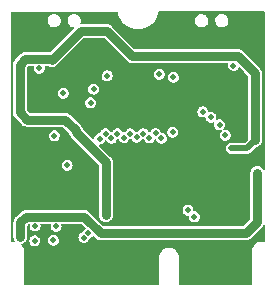
<source format=gbr>
G04 #@! TF.GenerationSoftware,KiCad,Pcbnew,(6.0.1)*
G04 #@! TF.CreationDate,2022-02-11T20:26:02+08:00*
G04 #@! TF.ProjectId,STM32_FOC_Board,53544d33-325f-4464-9f43-5f426f617264,rev?*
G04 #@! TF.SameCoordinates,Original*
G04 #@! TF.FileFunction,Copper,L3,Inr*
G04 #@! TF.FilePolarity,Positive*
%FSLAX46Y46*%
G04 Gerber Fmt 4.6, Leading zero omitted, Abs format (unit mm)*
G04 Created by KiCad (PCBNEW (6.0.1)) date 2022-02-11 20:26:02*
%MOMM*%
%LPD*%
G01*
G04 APERTURE LIST*
G04 #@! TA.AperFunction,ViaPad*
%ADD10C,0.508000*%
G04 #@! TD*
G04 #@! TA.AperFunction,Conductor*
%ADD11C,0.762000*%
G04 #@! TD*
G04 #@! TA.AperFunction,Conductor*
%ADD12C,0.508000*%
G04 #@! TD*
G04 APERTURE END LIST*
D10*
X133608600Y-55560400D03*
X134218200Y-55916000D03*
X132338600Y-71410000D03*
X144403600Y-73848400D03*
X125099600Y-72324400D03*
X125099600Y-73238800D03*
X131291060Y-60731400D03*
X137520200Y-71511600D03*
X138002800Y-73848400D03*
X142949080Y-65745800D03*
X130468403Y-73299003D03*
X130831871Y-72935535D03*
X128122200Y-72349800D03*
X127893600Y-73543600D03*
X139290300Y-70978200D03*
X139826100Y-71537000D03*
X136859800Y-59472000D03*
X138053600Y-59726000D03*
X125531400Y-69936800D03*
X125556800Y-69403400D03*
X129493800Y-70648000D03*
X129316000Y-69301800D03*
X137190000Y-55077800D03*
X135945400Y-55916000D03*
X136682000Y-55585800D03*
X137266200Y-54417400D03*
X135056400Y-56068400D03*
X132643400Y-54442800D03*
X126699800Y-58964000D03*
X143133600Y-58735400D03*
X126318800Y-73569000D03*
X126344200Y-72289387D03*
X131043200Y-61885000D03*
X127969800Y-64693800D03*
X125658400Y-63322200D03*
X132465600Y-55880000D03*
X125277400Y-58318400D03*
X138485400Y-57912000D03*
X127741200Y-58252800D03*
X129366800Y-63804800D03*
X144962400Y-62433200D03*
X144962400Y-60604400D03*
X144327400Y-58623200D03*
X145165600Y-70002403D03*
X145165600Y-69469003D03*
X145165600Y-68910203D03*
X145165600Y-68376803D03*
X145165600Y-67818000D03*
X131805200Y-64947800D03*
X132318512Y-64506002D03*
X132813050Y-64903527D03*
X133308309Y-64506901D03*
X133853097Y-64832170D03*
X134394833Y-64501843D03*
X134946607Y-64815114D03*
X135493840Y-64493975D03*
X136021600Y-64846200D03*
X136556284Y-64490600D03*
X137039592Y-64901705D03*
X138002800Y-64399600D03*
X140542800Y-62636900D03*
X141228600Y-63119000D03*
X141965146Y-63754500D03*
X142447300Y-64653600D03*
X132440200Y-59588400D03*
X128731800Y-61072200D03*
X129062000Y-67183000D03*
D11*
X134537800Y-57912000D02*
X138485400Y-57912000D01*
X132455000Y-55829200D02*
X134537800Y-57912000D01*
X130190200Y-55829200D02*
X132455000Y-55829200D01*
X127741200Y-58252800D02*
X127766600Y-58252800D01*
X127766600Y-58252800D02*
X130190200Y-55829200D01*
X125048800Y-58659200D02*
X125048800Y-62712600D01*
X125505511Y-58202489D02*
X125048800Y-58659200D01*
X127690889Y-58202489D02*
X125505511Y-58202489D01*
X127741200Y-58252800D02*
X127690889Y-58202489D01*
X125048800Y-62712600D02*
X125658400Y-63322200D01*
X144962400Y-59385200D02*
X144962400Y-62433200D01*
X143489200Y-57912000D02*
X144962400Y-59385200D01*
X138485400Y-57912000D02*
X143489200Y-57912000D01*
X132338600Y-71410000D02*
X132338600Y-71428806D01*
X145165600Y-71968800D02*
X145165600Y-67818000D01*
X144200400Y-72934000D02*
X145165600Y-71968800D01*
X131907260Y-72934000D02*
X144200400Y-72934000D01*
X130501147Y-71527887D02*
X131907260Y-72934000D01*
X125591313Y-71527887D02*
X130501147Y-71527887D01*
X125099600Y-72019600D02*
X125591313Y-71527887D01*
X125099600Y-72324400D02*
X125099600Y-72019600D01*
X125099600Y-72324400D02*
X125099600Y-73238800D01*
D12*
X144276600Y-65745800D02*
X143006600Y-65745800D01*
X144962400Y-65060000D02*
X144276600Y-65745800D01*
D11*
X132338600Y-66903600D02*
X132338600Y-71410000D01*
X144962400Y-65060000D02*
X144962400Y-62433200D01*
X129823511Y-64388511D02*
X132338600Y-66903600D01*
X129798600Y-64211200D02*
X129798600Y-64363600D01*
X128909600Y-63322200D02*
X129798600Y-64211200D01*
X125658400Y-63322200D02*
X128909600Y-63322200D01*
G04 #@! TA.AperFunction,Conductor*
G36*
X127673700Y-72130893D02*
G01*
X127692006Y-72175087D01*
X127686081Y-72201649D01*
X127679998Y-72214605D01*
X127659828Y-72344151D01*
X127660405Y-72348564D01*
X127660405Y-72348566D01*
X127662044Y-72361098D01*
X127676827Y-72474150D01*
X127678620Y-72478225D01*
X127709628Y-72548695D01*
X127729630Y-72594154D01*
X127732494Y-72597561D01*
X127811128Y-72691108D01*
X127811131Y-72691111D01*
X127813991Y-72694513D01*
X127923129Y-72767162D01*
X128048270Y-72806259D01*
X128052720Y-72806341D01*
X128052723Y-72806341D01*
X128174907Y-72808580D01*
X128174910Y-72808580D01*
X128179354Y-72808661D01*
X128305844Y-72774176D01*
X128317268Y-72767162D01*
X128413779Y-72707905D01*
X128413782Y-72707902D01*
X128417571Y-72705576D01*
X128505553Y-72608375D01*
X128562717Y-72490387D01*
X128569236Y-72451643D01*
X128584069Y-72363474D01*
X128584469Y-72361098D01*
X128584607Y-72349800D01*
X128566021Y-72220018D01*
X128557354Y-72200956D01*
X128555726Y-72153148D01*
X128588380Y-72118192D01*
X128614249Y-72112587D01*
X130233069Y-72112587D01*
X130277263Y-72130893D01*
X130598013Y-72451643D01*
X130616319Y-72495837D01*
X130598013Y-72540031D01*
X130587170Y-72548695D01*
X130583102Y-72551262D01*
X130532176Y-72583394D01*
X130529233Y-72586726D01*
X130529231Y-72586728D01*
X130448335Y-72678326D01*
X130445388Y-72681663D01*
X130389669Y-72800340D01*
X130388735Y-72806341D01*
X130388469Y-72808048D01*
X130363581Y-72848899D01*
X130343888Y-72858525D01*
X130279588Y-72876902D01*
X130168708Y-72946862D01*
X130165765Y-72950194D01*
X130165763Y-72950196D01*
X130084867Y-73041794D01*
X130081920Y-73045131D01*
X130026201Y-73163808D01*
X130006031Y-73293354D01*
X130023030Y-73423353D01*
X130024823Y-73427428D01*
X130067204Y-73523745D01*
X130075833Y-73543357D01*
X130078697Y-73546764D01*
X130157331Y-73640311D01*
X130157334Y-73640314D01*
X130160194Y-73643716D01*
X130269332Y-73716365D01*
X130394473Y-73755462D01*
X130398923Y-73755544D01*
X130398926Y-73755544D01*
X130521110Y-73757783D01*
X130521113Y-73757783D01*
X130525557Y-73757864D01*
X130652047Y-73723379D01*
X130666549Y-73714475D01*
X130759982Y-73657108D01*
X130759985Y-73657105D01*
X130763774Y-73654779D01*
X130851756Y-73557578D01*
X130908920Y-73439590D01*
X130911214Y-73425956D01*
X130936599Y-73385411D01*
X130956408Y-73376026D01*
X130989108Y-73367110D01*
X131015515Y-73359911D01*
X131019306Y-73357583D01*
X131019309Y-73357582D01*
X131123450Y-73293640D01*
X131123453Y-73293637D01*
X131127242Y-73291311D01*
X131215224Y-73194110D01*
X131217659Y-73189085D01*
X131217797Y-73188801D01*
X131218413Y-73188253D01*
X131219655Y-73186412D01*
X131220126Y-73186730D01*
X131253544Y-73157014D01*
X131301297Y-73159815D01*
X131318234Y-73171864D01*
X131463817Y-73317447D01*
X131469207Y-73323593D01*
X131490247Y-73351013D01*
X131565043Y-73408405D01*
X131612387Y-73444734D01*
X131616173Y-73446302D01*
X131616176Y-73446304D01*
X131671303Y-73469138D01*
X131754623Y-73503650D01*
X131758685Y-73504185D01*
X131758686Y-73504185D01*
X131782754Y-73507353D01*
X131868939Y-73518700D01*
X131868941Y-73518700D01*
X131907260Y-73523745D01*
X131941517Y-73519235D01*
X131949675Y-73518700D01*
X144157987Y-73518700D01*
X144166144Y-73519235D01*
X144200400Y-73523745D01*
X144238719Y-73518700D01*
X144238721Y-73518700D01*
X144324906Y-73507353D01*
X144348974Y-73504185D01*
X144348975Y-73504185D01*
X144353037Y-73503650D01*
X144356821Y-73502082D01*
X144356823Y-73502082D01*
X144460162Y-73459277D01*
X144495273Y-73444734D01*
X144536884Y-73412804D01*
X144542616Y-73408406D01*
X144614163Y-73353507D01*
X144614164Y-73353506D01*
X144617413Y-73351013D01*
X144638453Y-73323593D01*
X144643844Y-73317446D01*
X145549047Y-72412243D01*
X145555194Y-72406852D01*
X145579364Y-72388306D01*
X145582613Y-72385813D01*
X145647933Y-72300685D01*
X145676334Y-72263673D01*
X145683958Y-72245267D01*
X145717782Y-72211443D01*
X145765618Y-72211443D01*
X145799442Y-72245267D01*
X145804200Y-72269185D01*
X145804200Y-73596500D01*
X145785894Y-73640694D01*
X145741700Y-73659000D01*
X145514371Y-73659000D01*
X145502178Y-73657799D01*
X145489237Y-73655225D01*
X145483199Y-73654024D01*
X145477162Y-73655225D01*
X145477159Y-73655225D01*
X145472981Y-73656056D01*
X145466914Y-73656956D01*
X145338442Y-73669609D01*
X145338438Y-73669610D01*
X145335390Y-73669910D01*
X145193261Y-73713025D01*
X145190549Y-73714475D01*
X145190548Y-73714475D01*
X145064985Y-73781589D01*
X145064982Y-73781591D01*
X145062273Y-73783039D01*
X144947462Y-73877262D01*
X144853239Y-73992073D01*
X144851791Y-73994782D01*
X144851789Y-73994785D01*
X144842531Y-74012106D01*
X144783225Y-74123061D01*
X144740110Y-74265190D01*
X144739810Y-74268238D01*
X144739809Y-74268242D01*
X144727156Y-74396714D01*
X144726256Y-74402781D01*
X144725425Y-74406959D01*
X144725425Y-74406962D01*
X144724224Y-74412999D01*
X144725425Y-74419037D01*
X144727999Y-74431978D01*
X144729200Y-74444171D01*
X144729200Y-77291100D01*
X144710894Y-77335294D01*
X144666700Y-77353600D01*
X138599700Y-77353600D01*
X138555506Y-77335294D01*
X138537200Y-77291100D01*
X138537200Y-75044172D01*
X138538401Y-75031979D01*
X138540975Y-75019038D01*
X138542176Y-75013000D01*
X138540975Y-75006963D01*
X138540975Y-75006740D01*
X138540203Y-75001537D01*
X138525144Y-74848639D01*
X138525143Y-74848635D01*
X138524843Y-74845587D01*
X138476011Y-74684607D01*
X138396711Y-74536247D01*
X138289991Y-74406209D01*
X138159953Y-74299489D01*
X138157244Y-74298041D01*
X138157241Y-74298039D01*
X138085773Y-74259839D01*
X138011593Y-74220189D01*
X137850613Y-74171357D01*
X137847565Y-74171057D01*
X137847561Y-74171056D01*
X137686256Y-74155169D01*
X137683200Y-74154868D01*
X137680144Y-74155169D01*
X137518839Y-74171056D01*
X137518835Y-74171057D01*
X137515787Y-74171357D01*
X137354807Y-74220189D01*
X137280627Y-74259839D01*
X137209159Y-74298039D01*
X137209156Y-74298041D01*
X137206447Y-74299489D01*
X137076409Y-74406209D01*
X136969689Y-74536247D01*
X136890389Y-74684607D01*
X136841557Y-74845587D01*
X136841257Y-74848635D01*
X136841256Y-74848639D01*
X136826197Y-75001537D01*
X136825425Y-75006740D01*
X136825425Y-75006963D01*
X136824224Y-75013000D01*
X136825425Y-75019038D01*
X136827999Y-75031979D01*
X136829200Y-75044172D01*
X136829200Y-77291100D01*
X136810894Y-77335294D01*
X136766700Y-77353600D01*
X125449700Y-77353600D01*
X125405506Y-77335294D01*
X125387200Y-77291100D01*
X125387200Y-74444171D01*
X125388401Y-74431978D01*
X125390975Y-74419037D01*
X125392176Y-74412999D01*
X125390975Y-74406962D01*
X125390975Y-74406959D01*
X125390144Y-74402781D01*
X125389244Y-74396714D01*
X125376591Y-74268242D01*
X125376590Y-74268238D01*
X125376290Y-74265190D01*
X125333175Y-74123061D01*
X125273869Y-74012106D01*
X125264611Y-73994785D01*
X125264609Y-73994782D01*
X125263161Y-73992073D01*
X125197441Y-73911993D01*
X125183555Y-73866217D01*
X125206104Y-73824030D01*
X125237594Y-73810378D01*
X125248175Y-73808985D01*
X125248177Y-73808985D01*
X125252237Y-73808450D01*
X125256021Y-73806882D01*
X125256023Y-73806882D01*
X125390687Y-73751102D01*
X125390688Y-73751101D01*
X125394472Y-73749534D01*
X125443215Y-73712133D01*
X125513364Y-73658306D01*
X125516613Y-73655813D01*
X125587561Y-73563351D01*
X125856428Y-73563351D01*
X125857005Y-73567764D01*
X125857005Y-73567766D01*
X125858644Y-73580298D01*
X125873427Y-73693350D01*
X125875220Y-73697425D01*
X125924308Y-73808985D01*
X125926230Y-73813354D01*
X125929094Y-73816761D01*
X126007728Y-73910308D01*
X126007731Y-73910311D01*
X126010591Y-73913713D01*
X126119729Y-73986362D01*
X126244870Y-74025459D01*
X126249320Y-74025541D01*
X126249323Y-74025541D01*
X126371507Y-74027780D01*
X126371510Y-74027780D01*
X126375954Y-74027861D01*
X126502444Y-73993376D01*
X126513868Y-73986362D01*
X126610379Y-73927105D01*
X126610382Y-73927102D01*
X126614171Y-73924776D01*
X126702153Y-73827575D01*
X126759317Y-73709587D01*
X126763591Y-73684187D01*
X126770972Y-73640311D01*
X126781069Y-73580298D01*
X126781207Y-73569000D01*
X126776760Y-73537951D01*
X127431228Y-73537951D01*
X127431805Y-73542364D01*
X127431805Y-73542366D01*
X127433444Y-73554898D01*
X127448227Y-73667950D01*
X127450020Y-73672025D01*
X127484815Y-73751102D01*
X127501030Y-73787954D01*
X127503894Y-73791361D01*
X127582528Y-73884908D01*
X127582531Y-73884911D01*
X127585391Y-73888313D01*
X127694529Y-73960962D01*
X127819670Y-74000059D01*
X127824120Y-74000141D01*
X127824123Y-74000141D01*
X127946307Y-74002380D01*
X127946310Y-74002380D01*
X127950754Y-74002461D01*
X128077244Y-73967976D01*
X128088668Y-73960962D01*
X128185179Y-73901705D01*
X128185182Y-73901702D01*
X128188971Y-73899376D01*
X128276953Y-73802175D01*
X128334117Y-73684187D01*
X128338699Y-73656956D01*
X128351196Y-73582674D01*
X128355869Y-73554898D01*
X128355937Y-73549333D01*
X128355978Y-73546014D01*
X128355978Y-73546008D01*
X128356007Y-73543600D01*
X128337421Y-73413818D01*
X128307388Y-73347764D01*
X128285000Y-73298524D01*
X128284999Y-73298522D01*
X128283156Y-73294469D01*
X128197575Y-73195147D01*
X128087558Y-73123837D01*
X127961948Y-73086272D01*
X127896396Y-73085872D01*
X127835297Y-73085498D01*
X127835296Y-73085498D01*
X127830844Y-73085471D01*
X127704785Y-73121499D01*
X127593905Y-73191459D01*
X127590962Y-73194791D01*
X127590960Y-73194793D01*
X127570354Y-73218125D01*
X127507117Y-73289728D01*
X127451398Y-73408405D01*
X127431228Y-73537951D01*
X126776760Y-73537951D01*
X126762621Y-73439218D01*
X126723650Y-73353506D01*
X126710200Y-73323924D01*
X126710199Y-73323922D01*
X126708356Y-73319869D01*
X126622775Y-73220547D01*
X126512758Y-73149237D01*
X126387148Y-73111672D01*
X126321596Y-73111271D01*
X126260497Y-73110898D01*
X126260496Y-73110898D01*
X126256044Y-73110871D01*
X126129985Y-73146899D01*
X126019105Y-73216859D01*
X126016162Y-73220191D01*
X126016160Y-73220193D01*
X125951190Y-73293758D01*
X125932317Y-73315128D01*
X125876598Y-73433805D01*
X125856428Y-73563351D01*
X125587561Y-73563351D01*
X125591319Y-73558453D01*
X125607841Y-73536921D01*
X125610334Y-73533672D01*
X125649304Y-73439590D01*
X125667682Y-73395223D01*
X125667682Y-73395221D01*
X125669250Y-73391437D01*
X125673246Y-73361082D01*
X125684033Y-73279152D01*
X125684033Y-73279146D01*
X125684300Y-73277121D01*
X125684300Y-72287678D01*
X125702606Y-72243484D01*
X125786890Y-72159200D01*
X125831084Y-72140894D01*
X125875278Y-72159200D01*
X125893584Y-72203394D01*
X125892840Y-72213009D01*
X125888095Y-72243484D01*
X125881828Y-72283738D01*
X125882405Y-72288151D01*
X125882405Y-72288153D01*
X125884044Y-72300685D01*
X125898827Y-72413737D01*
X125900620Y-72417812D01*
X125942695Y-72513434D01*
X125951630Y-72533741D01*
X125954494Y-72537148D01*
X126033128Y-72630695D01*
X126033131Y-72630698D01*
X126035991Y-72634100D01*
X126145129Y-72706749D01*
X126270270Y-72745846D01*
X126274720Y-72745928D01*
X126274723Y-72745928D01*
X126396907Y-72748167D01*
X126396910Y-72748167D01*
X126401354Y-72748248D01*
X126527844Y-72713763D01*
X126541178Y-72705576D01*
X126635779Y-72647492D01*
X126635782Y-72647489D01*
X126639571Y-72645163D01*
X126727553Y-72547962D01*
X126784717Y-72429974D01*
X126806469Y-72300685D01*
X126806607Y-72289387D01*
X126791507Y-72183947D01*
X126803363Y-72137604D01*
X126844516Y-72113218D01*
X126853376Y-72112587D01*
X127629506Y-72112587D01*
X127673700Y-72130893D01*
G37*
G04 #@! TD.AperFunction*
G04 #@! TA.AperFunction,Conductor*
G36*
X145785894Y-54171106D02*
G01*
X145804200Y-54215300D01*
X145804200Y-67517616D01*
X145785894Y-67561810D01*
X145741700Y-67580116D01*
X145697506Y-67561810D01*
X145683958Y-67541534D01*
X145677902Y-67526913D01*
X145677901Y-67526912D01*
X145676334Y-67523128D01*
X145582613Y-67400987D01*
X145460473Y-67307266D01*
X145450015Y-67302934D01*
X145322023Y-67249918D01*
X145322022Y-67249918D01*
X145318237Y-67248350D01*
X145314175Y-67247815D01*
X145314174Y-67247815D01*
X145169664Y-67228790D01*
X145165600Y-67228255D01*
X145161536Y-67228790D01*
X145017026Y-67247815D01*
X145017025Y-67247815D01*
X145012963Y-67248350D01*
X145009179Y-67249918D01*
X145009177Y-67249918D01*
X144881186Y-67302934D01*
X144870728Y-67307266D01*
X144748587Y-67400987D01*
X144654866Y-67523128D01*
X144653299Y-67526912D01*
X144653298Y-67526913D01*
X144631261Y-67580116D01*
X144595950Y-67665363D01*
X144580900Y-67779679D01*
X144580900Y-71700722D01*
X144562594Y-71744916D01*
X143976516Y-72330994D01*
X143932322Y-72349300D01*
X132175338Y-72349300D01*
X132131144Y-72330994D01*
X130944590Y-71144440D01*
X130939199Y-71138293D01*
X130920653Y-71114123D01*
X130918160Y-71110874D01*
X130840533Y-71051310D01*
X130840532Y-71051309D01*
X130799271Y-71019647D01*
X130799268Y-71019645D01*
X130796020Y-71017153D01*
X130792240Y-71015587D01*
X130792236Y-71015585D01*
X130729254Y-70989498D01*
X130657568Y-70959804D01*
X130657565Y-70959803D01*
X130653784Y-70958237D01*
X130649722Y-70957702D01*
X130649721Y-70957702D01*
X130625653Y-70954534D01*
X130539468Y-70943187D01*
X130539466Y-70943187D01*
X130501147Y-70938142D01*
X130497083Y-70938677D01*
X130466890Y-70942652D01*
X130458732Y-70943187D01*
X125633726Y-70943187D01*
X125625568Y-70942652D01*
X125595377Y-70938677D01*
X125591313Y-70938142D01*
X125552994Y-70943187D01*
X125552992Y-70943187D01*
X125466807Y-70954534D01*
X125442739Y-70957702D01*
X125442738Y-70957702D01*
X125438676Y-70958237D01*
X125434892Y-70959805D01*
X125434890Y-70959805D01*
X125404119Y-70972551D01*
X125367066Y-70987899D01*
X125296440Y-71017153D01*
X125251927Y-71051310D01*
X125174300Y-71110874D01*
X125171807Y-71114123D01*
X125153260Y-71138294D01*
X125147869Y-71144441D01*
X124716153Y-71576157D01*
X124710006Y-71581548D01*
X124682587Y-71602587D01*
X124680094Y-71605836D01*
X124637497Y-71661350D01*
X124607286Y-71700722D01*
X124588866Y-71724727D01*
X124587298Y-71728513D01*
X124579353Y-71747694D01*
X124537676Y-71848312D01*
X124529950Y-71866963D01*
X124514900Y-71981279D01*
X124509855Y-72019600D01*
X124510390Y-72023664D01*
X124514365Y-72053857D01*
X124514900Y-72062015D01*
X124514900Y-73277121D01*
X124515167Y-73279146D01*
X124515167Y-73279152D01*
X124525954Y-73361082D01*
X124529950Y-73391437D01*
X124531518Y-73395221D01*
X124531518Y-73395223D01*
X124549896Y-73439590D01*
X124588866Y-73533672D01*
X124591359Y-73536921D01*
X124607881Y-73558453D01*
X124620261Y-73604658D01*
X124596343Y-73646085D01*
X124558296Y-73659000D01*
X124374700Y-73659000D01*
X124330506Y-73640694D01*
X124312200Y-73596500D01*
X124312200Y-67177351D01*
X128599628Y-67177351D01*
X128600205Y-67181764D01*
X128600205Y-67181766D01*
X128601844Y-67194298D01*
X128616627Y-67307350D01*
X128669430Y-67427354D01*
X128672294Y-67430761D01*
X128750928Y-67524308D01*
X128750931Y-67524311D01*
X128753791Y-67527713D01*
X128862929Y-67600362D01*
X128988070Y-67639459D01*
X128992520Y-67639541D01*
X128992523Y-67639541D01*
X129114707Y-67641780D01*
X129114710Y-67641780D01*
X129119154Y-67641861D01*
X129245644Y-67607376D01*
X129257068Y-67600362D01*
X129353579Y-67541105D01*
X129353582Y-67541102D01*
X129357371Y-67538776D01*
X129445353Y-67441575D01*
X129502517Y-67323587D01*
X129504844Y-67309759D01*
X129523869Y-67196674D01*
X129524269Y-67194298D01*
X129524407Y-67183000D01*
X129505821Y-67053218D01*
X129451556Y-66933869D01*
X129365975Y-66834547D01*
X129255958Y-66763237D01*
X129130348Y-66725672D01*
X129064796Y-66725271D01*
X129003697Y-66724898D01*
X129003696Y-66724898D01*
X128999244Y-66724871D01*
X128873185Y-66760899D01*
X128762305Y-66830859D01*
X128759362Y-66834191D01*
X128759360Y-66834193D01*
X128694473Y-66907664D01*
X128675517Y-66929128D01*
X128619798Y-67047805D01*
X128599628Y-67177351D01*
X124312200Y-67177351D01*
X124312200Y-64688151D01*
X127507428Y-64688151D01*
X127508005Y-64692564D01*
X127508005Y-64692566D01*
X127509644Y-64705098D01*
X127524427Y-64818150D01*
X127526220Y-64822225D01*
X127567209Y-64915379D01*
X127577230Y-64938154D01*
X127585306Y-64947762D01*
X127658728Y-65035108D01*
X127658731Y-65035111D01*
X127661591Y-65038513D01*
X127770729Y-65111162D01*
X127895870Y-65150259D01*
X127900320Y-65150341D01*
X127900323Y-65150341D01*
X128022507Y-65152580D01*
X128022510Y-65152580D01*
X128026954Y-65152661D01*
X128153444Y-65118176D01*
X128162884Y-65112380D01*
X128261379Y-65051905D01*
X128261382Y-65051902D01*
X128265171Y-65049576D01*
X128353153Y-64952375D01*
X128410317Y-64834387D01*
X128432069Y-64705098D01*
X128432207Y-64693800D01*
X128413621Y-64564018D01*
X128359356Y-64444669D01*
X128273775Y-64345347D01*
X128163758Y-64274037D01*
X128038148Y-64236472D01*
X127972596Y-64236071D01*
X127911497Y-64235698D01*
X127911496Y-64235698D01*
X127907044Y-64235671D01*
X127780985Y-64271699D01*
X127670105Y-64341659D01*
X127667162Y-64344991D01*
X127667160Y-64344993D01*
X127586264Y-64436591D01*
X127583317Y-64439928D01*
X127527598Y-64558605D01*
X127507428Y-64688151D01*
X124312200Y-64688151D01*
X124312200Y-62712600D01*
X124459055Y-62712600D01*
X124459590Y-62716664D01*
X124464100Y-62750919D01*
X124464100Y-62750921D01*
X124476566Y-62845606D01*
X124479150Y-62865237D01*
X124480718Y-62869021D01*
X124480718Y-62869023D01*
X124487196Y-62884661D01*
X124508400Y-62935852D01*
X124538066Y-63007473D01*
X124540557Y-63010719D01*
X124559143Y-63034941D01*
X124625496Y-63121414D01*
X124631787Y-63129613D01*
X124656772Y-63148785D01*
X124659207Y-63150653D01*
X124665354Y-63156044D01*
X125214963Y-63705653D01*
X125220354Y-63711801D01*
X125241387Y-63739213D01*
X125244636Y-63741706D01*
X125244637Y-63741707D01*
X125258199Y-63752113D01*
X125272051Y-63762742D01*
X125272052Y-63762743D01*
X125363528Y-63832934D01*
X125367312Y-63834501D01*
X125367313Y-63834502D01*
X125501977Y-63890282D01*
X125501979Y-63890282D01*
X125505763Y-63891850D01*
X125509825Y-63892385D01*
X125509826Y-63892385D01*
X125654336Y-63911411D01*
X125658400Y-63911946D01*
X125662463Y-63911411D01*
X125662464Y-63911411D01*
X125692663Y-63907435D01*
X125700821Y-63906900D01*
X128641522Y-63906900D01*
X128685716Y-63925206D01*
X129206701Y-64446191D01*
X129224472Y-64482226D01*
X129225614Y-64490895D01*
X129228950Y-64516237D01*
X129230518Y-64520021D01*
X129230518Y-64520023D01*
X129283508Y-64647951D01*
X129287866Y-64658472D01*
X129381587Y-64780613D01*
X129384836Y-64783106D01*
X129409007Y-64801653D01*
X129415154Y-64807044D01*
X131735594Y-67127484D01*
X131753900Y-67171678D01*
X131753900Y-71467127D01*
X131754167Y-71469152D01*
X131754167Y-71469158D01*
X131763099Y-71537000D01*
X131768950Y-71581443D01*
X131770518Y-71585227D01*
X131770518Y-71585229D01*
X131818357Y-71700722D01*
X131827866Y-71723678D01*
X131921587Y-71845819D01*
X131924832Y-71848309D01*
X131924833Y-71848310D01*
X131963928Y-71878308D01*
X132043727Y-71939540D01*
X132047510Y-71941107D01*
X132182177Y-71996888D01*
X132182178Y-71996888D01*
X132185963Y-71998456D01*
X132190025Y-71998991D01*
X132190026Y-71998991D01*
X132334536Y-72018016D01*
X132338600Y-72018551D01*
X132342664Y-72018016D01*
X132487174Y-71998991D01*
X132487175Y-71998991D01*
X132491237Y-71998456D01*
X132495021Y-71996888D01*
X132495023Y-71996888D01*
X132629687Y-71941108D01*
X132629688Y-71941107D01*
X132633472Y-71939540D01*
X132755613Y-71845819D01*
X132849334Y-71723678D01*
X132858843Y-71700722D01*
X132906682Y-71585229D01*
X132906682Y-71585227D01*
X132908250Y-71581443D01*
X132914101Y-71537000D01*
X132923033Y-71469158D01*
X132923033Y-71469152D01*
X132923300Y-71467127D01*
X132923300Y-70972551D01*
X138827928Y-70972551D01*
X138828505Y-70976964D01*
X138828505Y-70976966D01*
X138829935Y-70987899D01*
X138844927Y-71102550D01*
X138846720Y-71106625D01*
X138884251Y-71191920D01*
X138897730Y-71222554D01*
X138900594Y-71225961D01*
X138979228Y-71319508D01*
X138979231Y-71319511D01*
X138982091Y-71322913D01*
X139091229Y-71395562D01*
X139216370Y-71434659D01*
X139220820Y-71434741D01*
X139220823Y-71434741D01*
X139306687Y-71436314D01*
X139350538Y-71455427D01*
X139368032Y-71499949D01*
X139367298Y-71508418D01*
X139364740Y-71524850D01*
X139363728Y-71531351D01*
X139364305Y-71535764D01*
X139364305Y-71535766D01*
X139365944Y-71548298D01*
X139380727Y-71661350D01*
X139382520Y-71665425D01*
X139409582Y-71726927D01*
X139433530Y-71781354D01*
X139436394Y-71784761D01*
X139515028Y-71878308D01*
X139515031Y-71878311D01*
X139517891Y-71881713D01*
X139627029Y-71954362D01*
X139752170Y-71993459D01*
X139756620Y-71993541D01*
X139756623Y-71993541D01*
X139878807Y-71995780D01*
X139878810Y-71995780D01*
X139883254Y-71995861D01*
X140009744Y-71961376D01*
X140021168Y-71954362D01*
X140117679Y-71895105D01*
X140117682Y-71895102D01*
X140121471Y-71892776D01*
X140209453Y-71795575D01*
X140266617Y-71677587D01*
X140288369Y-71548298D01*
X140288507Y-71537000D01*
X140269921Y-71407218D01*
X140242788Y-71347543D01*
X140217500Y-71291924D01*
X140217499Y-71291922D01*
X140215656Y-71287869D01*
X140130075Y-71188547D01*
X140020058Y-71117237D01*
X139894448Y-71079672D01*
X139841692Y-71079350D01*
X139810995Y-71079162D01*
X139766914Y-71060586D01*
X139748878Y-71016281D01*
X139749743Y-71006293D01*
X139752170Y-70991871D01*
X139752170Y-70991868D01*
X139752569Y-70989498D01*
X139752707Y-70978200D01*
X139734121Y-70848418D01*
X139679856Y-70729069D01*
X139594275Y-70629747D01*
X139484258Y-70558437D01*
X139358648Y-70520872D01*
X139293096Y-70520472D01*
X139231997Y-70520098D01*
X139231996Y-70520098D01*
X139227544Y-70520071D01*
X139101485Y-70556099D01*
X138990605Y-70626059D01*
X138987662Y-70629391D01*
X138987660Y-70629393D01*
X138906764Y-70720991D01*
X138903817Y-70724328D01*
X138848098Y-70843005D01*
X138827928Y-70972551D01*
X132923300Y-70972551D01*
X132923300Y-66946013D01*
X132923835Y-66937855D01*
X132927810Y-66907664D01*
X132928345Y-66903600D01*
X132923300Y-66865279D01*
X132908250Y-66750963D01*
X132897454Y-66724898D01*
X132850876Y-66612451D01*
X132849334Y-66608728D01*
X132849334Y-66608727D01*
X132815177Y-66564214D01*
X132755613Y-66486587D01*
X132728193Y-66465547D01*
X132722046Y-66460156D01*
X131774455Y-65512565D01*
X131756149Y-65468371D01*
X131774455Y-65424177D01*
X131819794Y-65405881D01*
X131827579Y-65406024D01*
X131857907Y-65406580D01*
X131857910Y-65406580D01*
X131862354Y-65406661D01*
X131988844Y-65372176D01*
X131992636Y-65369848D01*
X132096779Y-65305905D01*
X132096782Y-65305902D01*
X132100571Y-65303576D01*
X132188553Y-65206375D01*
X132230717Y-65119347D01*
X132243775Y-65092396D01*
X132243776Y-65092394D01*
X132245717Y-65088387D01*
X132247861Y-65075648D01*
X132252143Y-65050194D01*
X132277528Y-65009650D01*
X132324147Y-64998930D01*
X132364691Y-65024315D01*
X132370983Y-65035389D01*
X132385549Y-65068494D01*
X132417886Y-65141985D01*
X132420480Y-65147881D01*
X132429066Y-65158095D01*
X132501978Y-65244835D01*
X132501981Y-65244838D01*
X132504841Y-65248240D01*
X132613979Y-65320889D01*
X132739120Y-65359986D01*
X132743570Y-65360068D01*
X132743573Y-65360068D01*
X132865757Y-65362307D01*
X132865760Y-65362307D01*
X132870204Y-65362388D01*
X132996694Y-65327903D01*
X133008118Y-65320889D01*
X133104629Y-65261632D01*
X133104632Y-65261629D01*
X133108421Y-65259303D01*
X133186340Y-65173219D01*
X133193416Y-65165402D01*
X133196403Y-65162102D01*
X133237161Y-65077976D01*
X133251625Y-65048123D01*
X133251626Y-65048121D01*
X133253567Y-65044114D01*
X133254510Y-65038513D01*
X133258118Y-65017065D01*
X133283503Y-64976521D01*
X133320896Y-64964945D01*
X133365463Y-64965762D01*
X133365464Y-64965762D01*
X133365457Y-64966139D01*
X133409045Y-64978141D01*
X133427863Y-65002290D01*
X133458080Y-65070962D01*
X133460527Y-65076524D01*
X133463391Y-65079931D01*
X133542025Y-65173478D01*
X133542028Y-65173481D01*
X133544888Y-65176883D01*
X133654026Y-65249532D01*
X133779167Y-65288629D01*
X133783617Y-65288711D01*
X133783620Y-65288711D01*
X133905804Y-65290950D01*
X133905807Y-65290950D01*
X133910251Y-65291031D01*
X134024769Y-65259810D01*
X134032446Y-65257717D01*
X134036741Y-65256546D01*
X134040533Y-65254218D01*
X134144676Y-65190275D01*
X134144679Y-65190272D01*
X134148468Y-65187946D01*
X134236450Y-65090745D01*
X134283368Y-64993905D01*
X134319111Y-64962115D01*
X134340759Y-64958666D01*
X134447540Y-64960623D01*
X134447543Y-64960623D01*
X134451987Y-64960704D01*
X134456280Y-64959534D01*
X134460698Y-64958983D01*
X134461037Y-64961706D01*
X134499820Y-64966654D01*
X134525993Y-64995733D01*
X134548233Y-65046277D01*
X134554037Y-65059468D01*
X134556901Y-65062875D01*
X134635535Y-65156422D01*
X134635538Y-65156425D01*
X134638398Y-65159827D01*
X134747536Y-65232476D01*
X134872677Y-65271573D01*
X134877127Y-65271655D01*
X134877130Y-65271655D01*
X134999314Y-65273894D01*
X134999317Y-65273894D01*
X135003761Y-65273975D01*
X135130251Y-65239490D01*
X135141675Y-65232476D01*
X135238186Y-65173219D01*
X135238189Y-65173216D01*
X135241978Y-65170890D01*
X135329960Y-65073689D01*
X135342347Y-65048123D01*
X135362717Y-65006077D01*
X135372514Y-64985856D01*
X135408257Y-64954066D01*
X135429904Y-64950617D01*
X135476513Y-64951471D01*
X135528610Y-64952426D01*
X135572462Y-64971539D01*
X135584672Y-64989744D01*
X135626144Y-65083996D01*
X135629030Y-65090554D01*
X135631894Y-65093961D01*
X135710528Y-65187508D01*
X135710531Y-65187511D01*
X135713391Y-65190913D01*
X135822529Y-65263562D01*
X135947670Y-65302659D01*
X135952120Y-65302741D01*
X135952123Y-65302741D01*
X136074307Y-65304980D01*
X136074310Y-65304980D01*
X136078754Y-65305061D01*
X136205244Y-65270576D01*
X136219811Y-65261632D01*
X136313179Y-65204305D01*
X136313182Y-65204302D01*
X136316971Y-65201976D01*
X136404953Y-65104775D01*
X136462117Y-64986787D01*
X136463313Y-64987366D01*
X136490902Y-64954715D01*
X136520713Y-64947762D01*
X136523224Y-64947808D01*
X136530287Y-64947937D01*
X136574139Y-64967048D01*
X136591115Y-65002321D01*
X136594219Y-65026055D01*
X136596012Y-65030130D01*
X136632239Y-65112461D01*
X136647022Y-65146059D01*
X136651587Y-65151490D01*
X136728520Y-65243013D01*
X136728523Y-65243016D01*
X136731383Y-65246418D01*
X136840521Y-65319067D01*
X136965662Y-65358164D01*
X136970112Y-65358246D01*
X136970115Y-65358246D01*
X137092299Y-65360485D01*
X137092302Y-65360485D01*
X137096746Y-65360566D01*
X137223236Y-65326081D01*
X137227116Y-65323699D01*
X137331171Y-65259810D01*
X137331174Y-65259807D01*
X137334963Y-65257481D01*
X137422945Y-65160280D01*
X137480109Y-65042292D01*
X137484580Y-65015721D01*
X137494125Y-64958983D01*
X137501861Y-64913003D01*
X137501999Y-64901705D01*
X137483413Y-64771923D01*
X137447951Y-64693928D01*
X137430992Y-64656629D01*
X137430991Y-64656627D01*
X137429148Y-64652574D01*
X137343567Y-64553252D01*
X137233550Y-64481942D01*
X137107940Y-64444377D01*
X137065840Y-64444120D01*
X137021759Y-64425545D01*
X137006076Y-64393951D01*
X137540428Y-64393951D01*
X137541005Y-64398364D01*
X137541005Y-64398366D01*
X137542644Y-64410898D01*
X137557427Y-64523950D01*
X137559220Y-64528025D01*
X137590447Y-64598993D01*
X137610230Y-64643954D01*
X137613094Y-64647361D01*
X137691728Y-64740908D01*
X137691731Y-64740911D01*
X137694591Y-64744313D01*
X137803729Y-64816962D01*
X137928870Y-64856059D01*
X137933320Y-64856141D01*
X137933323Y-64856141D01*
X138055507Y-64858380D01*
X138055510Y-64858380D01*
X138059954Y-64858461D01*
X138186444Y-64823976D01*
X138195933Y-64818150D01*
X138294379Y-64757705D01*
X138294382Y-64757702D01*
X138298171Y-64755376D01*
X138386153Y-64658175D01*
X138443317Y-64540187D01*
X138446710Y-64520023D01*
X138459441Y-64444350D01*
X138465069Y-64410898D01*
X138465207Y-64399600D01*
X138446621Y-64269818D01*
X138413374Y-64196695D01*
X138394200Y-64154524D01*
X138394199Y-64154522D01*
X138392356Y-64150469D01*
X138386007Y-64143100D01*
X138345257Y-64095808D01*
X138306775Y-64051147D01*
X138196758Y-63979837D01*
X138071148Y-63942272D01*
X138005596Y-63941872D01*
X137944497Y-63941498D01*
X137944496Y-63941498D01*
X137940044Y-63941471D01*
X137813985Y-63977499D01*
X137703105Y-64047459D01*
X137700162Y-64050791D01*
X137700160Y-64050793D01*
X137619264Y-64142391D01*
X137616317Y-64145728D01*
X137560598Y-64264405D01*
X137559913Y-64268803D01*
X137559913Y-64268804D01*
X137554971Y-64300546D01*
X137540428Y-64393951D01*
X137006076Y-64393951D01*
X137004353Y-64390481D01*
X137002439Y-64377119D01*
X137000105Y-64360818D01*
X136956886Y-64265763D01*
X136947684Y-64245524D01*
X136947683Y-64245522D01*
X136945840Y-64241469D01*
X136860259Y-64142147D01*
X136750242Y-64070837D01*
X136624632Y-64033272D01*
X136559080Y-64032872D01*
X136497981Y-64032498D01*
X136497980Y-64032498D01*
X136493528Y-64032471D01*
X136367469Y-64068499D01*
X136256589Y-64138459D01*
X136253646Y-64141791D01*
X136253644Y-64141793D01*
X136190438Y-64213361D01*
X136169801Y-64236728D01*
X136162148Y-64253029D01*
X136115332Y-64352742D01*
X136079979Y-64384967D01*
X136058375Y-64388679D01*
X136016951Y-64388426D01*
X135988458Y-64388252D01*
X135944377Y-64369676D01*
X135931945Y-64351622D01*
X135885240Y-64248899D01*
X135885239Y-64248897D01*
X135883396Y-64244844D01*
X135873528Y-64233391D01*
X135841544Y-64196272D01*
X135797815Y-64145522D01*
X135687798Y-64074212D01*
X135562188Y-64036647D01*
X135496636Y-64036247D01*
X135435537Y-64035873D01*
X135435536Y-64035873D01*
X135431084Y-64035846D01*
X135305025Y-64071874D01*
X135194145Y-64141834D01*
X135191202Y-64145166D01*
X135191200Y-64145168D01*
X135110564Y-64236472D01*
X135107357Y-64240103D01*
X135078551Y-64301459D01*
X135068986Y-64321831D01*
X135033634Y-64354056D01*
X135012029Y-64357768D01*
X134888301Y-64357012D01*
X134888300Y-64357012D01*
X134883851Y-64356985D01*
X134880783Y-64357862D01*
X134834965Y-64345840D01*
X134815859Y-64321927D01*
X134786233Y-64256767D01*
X134786232Y-64256765D01*
X134784389Y-64252712D01*
X134778196Y-64245524D01*
X134745473Y-64207548D01*
X134698808Y-64153390D01*
X134588791Y-64082080D01*
X134463181Y-64044515D01*
X134397629Y-64044115D01*
X134336530Y-64043741D01*
X134336529Y-64043741D01*
X134332077Y-64043714D01*
X134206018Y-64079742D01*
X134095138Y-64149702D01*
X134092195Y-64153034D01*
X134092193Y-64153036D01*
X134011297Y-64244634D01*
X134008350Y-64247971D01*
X134004083Y-64257059D01*
X133965693Y-64338827D01*
X133930340Y-64371052D01*
X133908737Y-64374764D01*
X133858143Y-64374455D01*
X133790589Y-64374043D01*
X133746508Y-64355468D01*
X133734076Y-64337412D01*
X133727036Y-64321927D01*
X133705348Y-64274227D01*
X133699710Y-64261827D01*
X133699709Y-64261825D01*
X133697865Y-64257770D01*
X133612284Y-64158448D01*
X133502267Y-64087138D01*
X133376657Y-64049573D01*
X133311105Y-64049173D01*
X133250006Y-64048799D01*
X133250005Y-64048799D01*
X133245553Y-64048772D01*
X133119494Y-64084800D01*
X133008614Y-64154760D01*
X133005671Y-64158092D01*
X133005669Y-64158094D01*
X132936189Y-64236766D01*
X132921826Y-64253029D01*
X132919934Y-64257059D01*
X132869830Y-64363776D01*
X132834477Y-64396001D01*
X132786693Y-64393789D01*
X132756360Y-64363083D01*
X132709912Y-64260926D01*
X132709911Y-64260924D01*
X132708068Y-64256871D01*
X132622487Y-64157549D01*
X132512470Y-64086239D01*
X132386860Y-64048674D01*
X132321308Y-64048274D01*
X132260209Y-64047900D01*
X132260208Y-64047900D01*
X132255756Y-64047873D01*
X132129697Y-64083901D01*
X132018817Y-64153861D01*
X132015874Y-64157193D01*
X132015872Y-64157195D01*
X131945598Y-64236766D01*
X131932029Y-64252130D01*
X131876310Y-64370807D01*
X131875625Y-64375205D01*
X131875625Y-64375206D01*
X131865979Y-64437162D01*
X131841092Y-64478014D01*
X131803841Y-64490046D01*
X131746897Y-64489698D01*
X131746896Y-64489698D01*
X131742444Y-64489671D01*
X131616385Y-64525699D01*
X131505505Y-64595659D01*
X131502562Y-64598991D01*
X131502560Y-64598993D01*
X131444355Y-64664898D01*
X131418717Y-64693928D01*
X131362998Y-64812605D01*
X131343451Y-64938154D01*
X131343063Y-64940644D01*
X131318176Y-64981496D01*
X131271692Y-64992785D01*
X131237113Y-64975223D01*
X130390499Y-64128609D01*
X130372728Y-64092574D01*
X130368785Y-64062625D01*
X130368785Y-64062624D01*
X130368250Y-64058563D01*
X130366576Y-64054520D01*
X130334672Y-63977499D01*
X130309334Y-63916327D01*
X130245344Y-63832934D01*
X130215613Y-63794187D01*
X130188193Y-63773147D01*
X130182046Y-63767756D01*
X129353043Y-62938753D01*
X129347652Y-62932606D01*
X129329106Y-62908436D01*
X129326613Y-62905187D01*
X129248965Y-62845606D01*
X129204473Y-62811466D01*
X129200689Y-62809899D01*
X129200688Y-62809898D01*
X129162813Y-62794210D01*
X129066018Y-62754116D01*
X129066017Y-62754116D01*
X129062237Y-62752550D01*
X129058181Y-62752016D01*
X129058177Y-62752015D01*
X128993203Y-62743462D01*
X128947921Y-62737500D01*
X128947919Y-62737500D01*
X128909600Y-62732455D01*
X128905536Y-62732990D01*
X128875343Y-62736965D01*
X128867185Y-62737500D01*
X125926479Y-62737500D01*
X125882285Y-62719194D01*
X125794342Y-62631251D01*
X140080428Y-62631251D01*
X140081005Y-62635664D01*
X140081005Y-62635666D01*
X140082644Y-62648198D01*
X140097427Y-62761250D01*
X140099220Y-62765325D01*
X140147005Y-62873924D01*
X140150230Y-62881254D01*
X140153094Y-62884661D01*
X140231728Y-62978208D01*
X140231731Y-62978211D01*
X140234591Y-62981613D01*
X140343729Y-63054262D01*
X140468870Y-63093359D01*
X140473320Y-63093441D01*
X140473323Y-63093441D01*
X140595507Y-63095680D01*
X140595510Y-63095680D01*
X140599954Y-63095761D01*
X140608765Y-63093359D01*
X140622429Y-63089634D01*
X140689162Y-63071440D01*
X140736614Y-63077477D01*
X140765900Y-63115299D01*
X140767572Y-63123632D01*
X140783227Y-63243350D01*
X140785020Y-63247425D01*
X140831605Y-63353297D01*
X140836030Y-63363354D01*
X140838894Y-63366761D01*
X140917528Y-63460308D01*
X140917531Y-63460311D01*
X140920391Y-63463713D01*
X141029529Y-63536362D01*
X141154670Y-63575459D01*
X141159120Y-63575541D01*
X141159123Y-63575541D01*
X141281307Y-63577780D01*
X141281310Y-63577780D01*
X141285754Y-63577861D01*
X141412244Y-63543376D01*
X141439775Y-63526472D01*
X141487014Y-63518948D01*
X141525739Y-63547031D01*
X141533263Y-63594271D01*
X141529051Y-63606297D01*
X141522944Y-63619305D01*
X141502774Y-63748851D01*
X141503351Y-63753264D01*
X141503351Y-63753266D01*
X141504990Y-63765798D01*
X141519773Y-63878850D01*
X141521566Y-63882925D01*
X141565274Y-63982258D01*
X141572576Y-63998854D01*
X141575440Y-64002261D01*
X141654074Y-64095808D01*
X141654077Y-64095811D01*
X141656937Y-64099213D01*
X141766075Y-64171862D01*
X141891216Y-64210959D01*
X141895666Y-64211041D01*
X141895669Y-64211041D01*
X142017853Y-64213280D01*
X142017856Y-64213280D01*
X142022300Y-64213361D01*
X142080302Y-64197548D01*
X142090085Y-64194881D01*
X142137538Y-64200918D01*
X142166823Y-64238741D01*
X142160786Y-64286194D01*
X142148694Y-64300772D01*
X142147605Y-64301459D01*
X142144656Y-64304798D01*
X142144655Y-64304799D01*
X142063764Y-64396391D01*
X142060817Y-64399728D01*
X142005098Y-64518405D01*
X142004413Y-64522803D01*
X142004413Y-64522804D01*
X141999672Y-64553252D01*
X141984928Y-64647951D01*
X141985505Y-64652364D01*
X141985505Y-64652366D01*
X141990185Y-64688151D01*
X142001927Y-64777950D01*
X142003720Y-64782025D01*
X142037353Y-64858461D01*
X142054730Y-64897954D01*
X142057594Y-64901361D01*
X142136228Y-64994908D01*
X142136231Y-64994911D01*
X142139091Y-64998313D01*
X142248229Y-65070962D01*
X142373370Y-65110059D01*
X142377820Y-65110141D01*
X142377823Y-65110141D01*
X142500007Y-65112380D01*
X142500010Y-65112380D01*
X142504454Y-65112461D01*
X142630944Y-65077976D01*
X142634736Y-65075648D01*
X142738879Y-65011705D01*
X142738882Y-65011702D01*
X142742671Y-65009376D01*
X142830653Y-64912175D01*
X142887817Y-64794187D01*
X142889682Y-64783106D01*
X142909169Y-64667274D01*
X142909569Y-64664898D01*
X142909637Y-64659333D01*
X142909678Y-64656014D01*
X142909678Y-64656008D01*
X142909707Y-64653600D01*
X142891121Y-64523818D01*
X142854735Y-64443791D01*
X142838700Y-64408524D01*
X142838699Y-64408522D01*
X142836856Y-64404469D01*
X142751275Y-64305147D01*
X142641258Y-64233837D01*
X142515648Y-64196272D01*
X142450096Y-64195871D01*
X142388997Y-64195498D01*
X142388996Y-64195498D01*
X142384544Y-64195471D01*
X142323194Y-64213005D01*
X142275671Y-64207548D01*
X142245925Y-64170086D01*
X142251382Y-64122563D01*
X142261121Y-64110823D01*
X142260517Y-64110276D01*
X142345512Y-64016375D01*
X142348499Y-64013075D01*
X142405663Y-63895087D01*
X142406472Y-63890282D01*
X142423058Y-63791694D01*
X142427415Y-63765798D01*
X142427553Y-63754500D01*
X142408967Y-63624718D01*
X142354702Y-63505369D01*
X142269121Y-63406047D01*
X142159104Y-63334737D01*
X142033494Y-63297172D01*
X141967942Y-63296771D01*
X141906843Y-63296398D01*
X141906842Y-63296398D01*
X141902390Y-63296371D01*
X141776331Y-63332399D01*
X141756049Y-63345196D01*
X141708904Y-63353297D01*
X141669840Y-63325689D01*
X141661739Y-63278544D01*
X141666453Y-63265085D01*
X141667176Y-63263593D01*
X141669117Y-63259587D01*
X141690869Y-63130298D01*
X141690937Y-63124733D01*
X141690978Y-63121414D01*
X141690978Y-63121408D01*
X141691007Y-63119000D01*
X141672421Y-62989218D01*
X141645289Y-62929544D01*
X141620000Y-62873924D01*
X141619999Y-62873922D01*
X141618156Y-62869869D01*
X141532575Y-62770547D01*
X141422558Y-62699237D01*
X141296948Y-62661672D01*
X141231396Y-62661271D01*
X141170297Y-62660898D01*
X141170296Y-62660898D01*
X141165844Y-62660871D01*
X141083707Y-62684346D01*
X141036185Y-62678889D01*
X141006439Y-62641427D01*
X141004666Y-62633119D01*
X140986621Y-62507118D01*
X140932356Y-62387769D01*
X140846775Y-62288447D01*
X140736758Y-62217137D01*
X140611148Y-62179572D01*
X140545596Y-62179171D01*
X140484497Y-62178798D01*
X140484496Y-62178798D01*
X140480044Y-62178771D01*
X140353985Y-62214799D01*
X140243105Y-62284759D01*
X140240162Y-62288091D01*
X140240160Y-62288093D01*
X140190908Y-62343861D01*
X140156317Y-62383028D01*
X140100598Y-62501705D01*
X140080428Y-62631251D01*
X125794342Y-62631251D01*
X125651806Y-62488716D01*
X125633500Y-62444522D01*
X125633500Y-61879351D01*
X130580828Y-61879351D01*
X130581405Y-61883764D01*
X130581405Y-61883766D01*
X130583044Y-61896298D01*
X130597827Y-62009350D01*
X130650630Y-62129354D01*
X130653494Y-62132761D01*
X130732128Y-62226308D01*
X130732131Y-62226311D01*
X130734991Y-62229713D01*
X130844129Y-62302362D01*
X130969270Y-62341459D01*
X130973720Y-62341541D01*
X130973723Y-62341541D01*
X131095907Y-62343780D01*
X131095910Y-62343780D01*
X131100354Y-62343861D01*
X131226844Y-62309376D01*
X131238268Y-62302362D01*
X131334779Y-62243105D01*
X131334782Y-62243102D01*
X131338571Y-62240776D01*
X131426553Y-62143575D01*
X131483717Y-62025587D01*
X131505469Y-61896298D01*
X131505607Y-61885000D01*
X131487021Y-61755218D01*
X131432756Y-61635869D01*
X131347175Y-61536547D01*
X131237158Y-61465237D01*
X131111548Y-61427672D01*
X131045996Y-61427272D01*
X130984897Y-61426898D01*
X130984896Y-61426898D01*
X130980444Y-61426871D01*
X130854385Y-61462899D01*
X130743505Y-61532859D01*
X130740562Y-61536191D01*
X130740560Y-61536193D01*
X130659664Y-61627791D01*
X130656717Y-61631128D01*
X130600998Y-61749805D01*
X130580828Y-61879351D01*
X125633500Y-61879351D01*
X125633500Y-61066551D01*
X128269428Y-61066551D01*
X128270005Y-61070964D01*
X128270005Y-61070966D01*
X128276572Y-61121181D01*
X128286427Y-61196550D01*
X128339230Y-61316554D01*
X128342094Y-61319961D01*
X128420728Y-61413508D01*
X128420731Y-61413511D01*
X128423591Y-61416913D01*
X128532729Y-61489562D01*
X128657870Y-61528659D01*
X128662320Y-61528741D01*
X128662323Y-61528741D01*
X128784507Y-61530980D01*
X128784510Y-61530980D01*
X128788954Y-61531061D01*
X128915444Y-61496576D01*
X128926868Y-61489562D01*
X129023379Y-61430305D01*
X129023382Y-61430302D01*
X129027171Y-61427976D01*
X129115153Y-61330775D01*
X129172317Y-61212787D01*
X129176121Y-61190180D01*
X129193669Y-61085874D01*
X129194069Y-61083498D01*
X129194207Y-61072200D01*
X129175621Y-60942418D01*
X129136215Y-60855750D01*
X129123200Y-60827124D01*
X129123199Y-60827122D01*
X129121356Y-60823069D01*
X129037502Y-60725751D01*
X130828688Y-60725751D01*
X130829265Y-60730164D01*
X130829265Y-60730166D01*
X130830904Y-60742698D01*
X130845687Y-60855750D01*
X130847480Y-60859825D01*
X130883376Y-60941404D01*
X130898490Y-60975754D01*
X130901354Y-60979161D01*
X130979988Y-61072708D01*
X130979991Y-61072711D01*
X130982851Y-61076113D01*
X131091989Y-61148762D01*
X131217130Y-61187859D01*
X131221580Y-61187941D01*
X131221583Y-61187941D01*
X131343767Y-61190180D01*
X131343770Y-61190180D01*
X131348214Y-61190261D01*
X131474704Y-61155776D01*
X131486128Y-61148762D01*
X131582639Y-61089505D01*
X131582642Y-61089502D01*
X131586431Y-61087176D01*
X131674413Y-60989975D01*
X131731577Y-60871987D01*
X131753329Y-60742698D01*
X131753467Y-60731400D01*
X131734881Y-60601618D01*
X131680616Y-60482269D01*
X131595035Y-60382947D01*
X131485018Y-60311637D01*
X131359408Y-60274072D01*
X131293856Y-60273671D01*
X131232757Y-60273298D01*
X131232756Y-60273298D01*
X131228304Y-60273271D01*
X131102245Y-60309299D01*
X130991365Y-60379259D01*
X130988422Y-60382591D01*
X130988420Y-60382593D01*
X130907524Y-60474191D01*
X130904577Y-60477528D01*
X130848858Y-60596205D01*
X130828688Y-60725751D01*
X129037502Y-60725751D01*
X129035775Y-60723747D01*
X128925758Y-60652437D01*
X128800148Y-60614872D01*
X128734596Y-60614471D01*
X128673497Y-60614098D01*
X128673496Y-60614098D01*
X128669044Y-60614071D01*
X128542985Y-60650099D01*
X128432105Y-60720059D01*
X128429162Y-60723391D01*
X128429160Y-60723393D01*
X128348264Y-60814991D01*
X128345317Y-60818328D01*
X128289598Y-60937005D01*
X128269428Y-61066551D01*
X125633500Y-61066551D01*
X125633500Y-59582751D01*
X131977828Y-59582751D01*
X131978405Y-59587164D01*
X131978405Y-59587166D01*
X131983665Y-59627391D01*
X131994827Y-59712750D01*
X131996620Y-59716825D01*
X132045440Y-59827776D01*
X132047630Y-59832754D01*
X132050494Y-59836161D01*
X132129128Y-59929708D01*
X132129131Y-59929711D01*
X132131991Y-59933113D01*
X132241129Y-60005762D01*
X132366270Y-60044859D01*
X132370720Y-60044941D01*
X132370723Y-60044941D01*
X132492907Y-60047180D01*
X132492910Y-60047180D01*
X132497354Y-60047261D01*
X132623844Y-60012776D01*
X132635268Y-60005762D01*
X132731779Y-59946505D01*
X132731782Y-59946502D01*
X132735571Y-59944176D01*
X132823553Y-59846975D01*
X132880717Y-59728987D01*
X132882843Y-59716354D01*
X132899626Y-59616595D01*
X132902469Y-59599698D01*
X132902607Y-59588400D01*
X132885128Y-59466351D01*
X136397428Y-59466351D01*
X136398005Y-59470764D01*
X136398005Y-59470766D01*
X136399644Y-59483298D01*
X136414427Y-59596350D01*
X136416220Y-59600425D01*
X136420031Y-59609085D01*
X136467230Y-59716354D01*
X136470094Y-59719761D01*
X136548728Y-59813308D01*
X136548731Y-59813311D01*
X136551591Y-59816713D01*
X136660729Y-59889362D01*
X136785870Y-59928459D01*
X136790320Y-59928541D01*
X136790323Y-59928541D01*
X136912507Y-59930780D01*
X136912510Y-59930780D01*
X136916954Y-59930861D01*
X137043444Y-59896376D01*
X137054868Y-59889362D01*
X137151379Y-59830105D01*
X137151382Y-59830102D01*
X137155171Y-59827776D01*
X137243153Y-59730575D01*
X137248106Y-59720351D01*
X137591228Y-59720351D01*
X137591805Y-59724764D01*
X137591805Y-59724766D01*
X137593444Y-59737298D01*
X137608227Y-59850350D01*
X137610020Y-59854425D01*
X137648060Y-59940877D01*
X137661030Y-59970354D01*
X137663894Y-59973761D01*
X137742528Y-60067308D01*
X137742531Y-60067311D01*
X137745391Y-60070713D01*
X137854529Y-60143362D01*
X137979670Y-60182459D01*
X137984120Y-60182541D01*
X137984123Y-60182541D01*
X138106307Y-60184780D01*
X138106310Y-60184780D01*
X138110754Y-60184861D01*
X138237244Y-60150376D01*
X138248668Y-60143362D01*
X138345179Y-60084105D01*
X138345182Y-60084102D01*
X138348971Y-60081776D01*
X138436953Y-59984575D01*
X138494117Y-59866587D01*
X138496862Y-59850275D01*
X138515469Y-59739674D01*
X138515869Y-59737298D01*
X138516007Y-59726000D01*
X138497421Y-59596218D01*
X138470289Y-59536544D01*
X138445000Y-59480924D01*
X138444999Y-59480922D01*
X138443156Y-59476869D01*
X138357575Y-59377547D01*
X138247558Y-59306237D01*
X138121948Y-59268672D01*
X138056396Y-59268271D01*
X137995297Y-59267898D01*
X137995296Y-59267898D01*
X137990844Y-59267871D01*
X137864785Y-59303899D01*
X137753905Y-59373859D01*
X137750962Y-59377191D01*
X137750960Y-59377193D01*
X137676103Y-59461953D01*
X137667117Y-59472128D01*
X137611398Y-59590805D01*
X137591228Y-59720351D01*
X137248106Y-59720351D01*
X137300317Y-59612587D01*
X137302486Y-59599698D01*
X137321669Y-59485674D01*
X137322069Y-59483298D01*
X137322207Y-59472000D01*
X137303621Y-59342218D01*
X137270374Y-59269095D01*
X137251200Y-59226924D01*
X137251199Y-59226922D01*
X137249356Y-59222869D01*
X137163775Y-59123547D01*
X137053758Y-59052237D01*
X136928148Y-59014672D01*
X136862596Y-59014272D01*
X136801497Y-59013898D01*
X136801496Y-59013898D01*
X136797044Y-59013871D01*
X136670985Y-59049899D01*
X136560105Y-59119859D01*
X136557162Y-59123191D01*
X136557160Y-59123193D01*
X136485547Y-59204280D01*
X136473317Y-59218128D01*
X136417598Y-59336805D01*
X136397428Y-59466351D01*
X132885128Y-59466351D01*
X132884021Y-59458618D01*
X132852616Y-59389547D01*
X132831600Y-59343324D01*
X132831599Y-59343322D01*
X132829756Y-59339269D01*
X132744175Y-59239947D01*
X132634158Y-59168637D01*
X132508548Y-59131072D01*
X132442996Y-59130671D01*
X132381897Y-59130298D01*
X132381896Y-59130298D01*
X132377444Y-59130271D01*
X132251385Y-59166299D01*
X132140505Y-59236259D01*
X132137562Y-59239591D01*
X132137560Y-59239593D01*
X132056664Y-59331191D01*
X132053717Y-59334528D01*
X131997998Y-59453205D01*
X131977828Y-59582751D01*
X125633500Y-59582751D01*
X125633500Y-58927278D01*
X125651806Y-58883084D01*
X125729395Y-58805495D01*
X125773589Y-58787189D01*
X126191093Y-58787189D01*
X126235287Y-58805495D01*
X126253593Y-58849689D01*
X126252849Y-58859304D01*
X126246297Y-58901390D01*
X126237428Y-58958351D01*
X126238005Y-58962764D01*
X126238005Y-58962766D01*
X126239644Y-58975298D01*
X126254427Y-59088350D01*
X126256220Y-59092425D01*
X126300514Y-59193090D01*
X126307230Y-59208354D01*
X126310094Y-59211761D01*
X126388728Y-59305308D01*
X126388731Y-59305311D01*
X126391591Y-59308713D01*
X126500729Y-59381362D01*
X126625870Y-59420459D01*
X126630320Y-59420541D01*
X126630323Y-59420541D01*
X126752507Y-59422780D01*
X126752510Y-59422780D01*
X126756954Y-59422861D01*
X126883444Y-59388376D01*
X126895236Y-59381136D01*
X126991379Y-59322105D01*
X126991382Y-59322102D01*
X126995171Y-59319776D01*
X127083153Y-59222575D01*
X127140317Y-59104587D01*
X127142182Y-59093505D01*
X127155373Y-59015095D01*
X127162069Y-58975298D01*
X127162207Y-58964000D01*
X127147105Y-58858548D01*
X127158961Y-58812206D01*
X127200114Y-58787820D01*
X127208974Y-58787189D01*
X127491005Y-58787189D01*
X127514923Y-58791947D01*
X127584777Y-58820882D01*
X127584779Y-58820882D01*
X127588563Y-58822450D01*
X127592625Y-58822985D01*
X127592626Y-58822985D01*
X127616694Y-58826153D01*
X127702879Y-58837500D01*
X127702881Y-58837500D01*
X127741200Y-58842545D01*
X127745742Y-58841947D01*
X127762058Y-58841947D01*
X127766600Y-58842545D01*
X127804919Y-58837500D01*
X127804921Y-58837500D01*
X127891106Y-58826153D01*
X127915174Y-58822985D01*
X127915175Y-58822985D01*
X127919237Y-58822450D01*
X127923021Y-58820882D01*
X127923023Y-58820882D01*
X128028332Y-58777261D01*
X128061473Y-58763534D01*
X128127039Y-58713223D01*
X128183613Y-58669813D01*
X128204653Y-58642393D01*
X128210044Y-58636246D01*
X130414084Y-56432206D01*
X130458278Y-56413900D01*
X132186922Y-56413900D01*
X132231116Y-56432206D01*
X134094357Y-58295447D01*
X134099748Y-58301594D01*
X134120787Y-58329013D01*
X134124036Y-58331506D01*
X134179506Y-58374069D01*
X134191483Y-58383259D01*
X134242927Y-58422734D01*
X134246711Y-58424301D01*
X134246712Y-58424302D01*
X134284587Y-58439990D01*
X134385163Y-58481650D01*
X134389219Y-58482184D01*
X134389223Y-58482185D01*
X134454197Y-58490738D01*
X134499479Y-58496700D01*
X134499481Y-58496700D01*
X134537800Y-58501745D01*
X134572057Y-58497235D01*
X134580215Y-58496700D01*
X142641604Y-58496700D01*
X142685798Y-58515006D01*
X142704104Y-58559200D01*
X142698179Y-58585762D01*
X142691398Y-58600205D01*
X142671228Y-58729751D01*
X142671805Y-58734164D01*
X142671805Y-58734166D01*
X142678372Y-58784381D01*
X142688227Y-58859750D01*
X142690020Y-58863825D01*
X142733048Y-58961613D01*
X142741030Y-58979754D01*
X142743894Y-58983161D01*
X142822528Y-59076708D01*
X142822531Y-59076711D01*
X142825391Y-59080113D01*
X142934529Y-59152762D01*
X143059670Y-59191859D01*
X143064120Y-59191941D01*
X143064123Y-59191941D01*
X143186307Y-59194180D01*
X143186310Y-59194180D01*
X143190754Y-59194261D01*
X143317244Y-59159776D01*
X143328668Y-59152762D01*
X143425179Y-59093505D01*
X143425182Y-59093502D01*
X143428971Y-59091176D01*
X143516953Y-58993975D01*
X143552837Y-58919910D01*
X143588580Y-58888120D01*
X143636334Y-58890915D01*
X143653277Y-58902967D01*
X144018180Y-59267871D01*
X144359394Y-59609085D01*
X144377700Y-59653279D01*
X144377700Y-64971527D01*
X144359394Y-65015721D01*
X144105320Y-65269794D01*
X144061126Y-65288100D01*
X142972212Y-65288100D01*
X142971928Y-65288143D01*
X142970662Y-65288186D01*
X142890777Y-65287698D01*
X142890776Y-65287698D01*
X142886324Y-65287671D01*
X142760265Y-65323699D01*
X142649385Y-65393659D01*
X142646442Y-65396991D01*
X142646440Y-65396993D01*
X142637902Y-65406661D01*
X142562597Y-65491928D01*
X142506878Y-65610605D01*
X142486708Y-65740151D01*
X142503707Y-65870150D01*
X142556510Y-65990154D01*
X142559374Y-65993561D01*
X142638008Y-66087108D01*
X142638011Y-66087111D01*
X142640871Y-66090513D01*
X142750009Y-66163162D01*
X142875150Y-66202259D01*
X142879600Y-66202341D01*
X142879603Y-66202341D01*
X142940316Y-66203453D01*
X142940306Y-66203990D01*
X142940912Y-66203753D01*
X142940912Y-66203500D01*
X142942276Y-66203500D01*
X142943420Y-66203510D01*
X143006234Y-66204661D01*
X143009363Y-66203808D01*
X143014330Y-66203500D01*
X144245699Y-66203500D01*
X144253046Y-66203933D01*
X144269036Y-66205826D01*
X144291140Y-66208442D01*
X144295734Y-66207603D01*
X144295735Y-66207603D01*
X144350823Y-66197542D01*
X144352760Y-66197220D01*
X144408080Y-66188903D01*
X144408081Y-66188903D01*
X144412702Y-66188208D01*
X144416913Y-66186186D01*
X144419107Y-66185511D01*
X144419376Y-66185445D01*
X144419511Y-66185401D01*
X144419763Y-66185298D01*
X144421935Y-66184554D01*
X144426531Y-66183715D01*
X144480345Y-66155761D01*
X144482102Y-66154883D01*
X144532557Y-66130655D01*
X144536772Y-66128631D01*
X144540205Y-66125458D01*
X144542098Y-66124171D01*
X144542591Y-66123877D01*
X144545505Y-66121913D01*
X144548668Y-66120270D01*
X144553794Y-66115891D01*
X144592540Y-66077145D01*
X144594309Y-66075444D01*
X144634408Y-66038377D01*
X144634409Y-66038376D01*
X144637838Y-66035206D01*
X144640184Y-66031167D01*
X144643105Y-66027521D01*
X144643391Y-66027750D01*
X144648252Y-66021433D01*
X145013662Y-65656023D01*
X145049698Y-65638252D01*
X145110974Y-65630185D01*
X145110975Y-65630185D01*
X145115037Y-65629650D01*
X145118821Y-65628082D01*
X145118823Y-65628082D01*
X145253487Y-65572302D01*
X145253488Y-65572301D01*
X145257272Y-65570734D01*
X145379413Y-65477013D01*
X145473134Y-65354872D01*
X145486024Y-65323753D01*
X145530482Y-65216423D01*
X145530482Y-65216421D01*
X145532050Y-65212637D01*
X145532585Y-65208574D01*
X145546833Y-65100352D01*
X145546833Y-65100346D01*
X145547100Y-65098321D01*
X145547100Y-59427613D01*
X145547635Y-59419455D01*
X145551610Y-59389264D01*
X145552145Y-59385200D01*
X145546098Y-59339269D01*
X145541582Y-59304963D01*
X145532585Y-59236626D01*
X145532585Y-59236625D01*
X145532050Y-59232563D01*
X145484152Y-59116928D01*
X145473134Y-59090327D01*
X145402942Y-58998851D01*
X145379413Y-58968187D01*
X145376168Y-58965697D01*
X145376165Y-58965694D01*
X145351994Y-58947147D01*
X145345847Y-58941756D01*
X143932643Y-57528553D01*
X143927252Y-57522406D01*
X143908706Y-57498236D01*
X143906213Y-57494987D01*
X143828586Y-57435423D01*
X143784073Y-57401266D01*
X143742413Y-57384010D01*
X143641837Y-57342350D01*
X143637781Y-57341816D01*
X143637777Y-57341815D01*
X143572803Y-57333262D01*
X143527521Y-57327300D01*
X143527519Y-57327300D01*
X143489200Y-57322255D01*
X143485136Y-57322790D01*
X143454943Y-57326765D01*
X143446785Y-57327300D01*
X134805878Y-57327300D01*
X134761684Y-57308994D01*
X132898443Y-55445753D01*
X132893052Y-55439606D01*
X132874506Y-55415436D01*
X132872013Y-55412187D01*
X132794320Y-55352572D01*
X132749873Y-55318466D01*
X132708213Y-55301210D01*
X132607637Y-55259550D01*
X132603581Y-55259016D01*
X132603577Y-55259015D01*
X132538603Y-55250462D01*
X132493321Y-55244500D01*
X132493319Y-55244500D01*
X132455000Y-55239455D01*
X132428324Y-55242967D01*
X132420743Y-55243965D01*
X132412585Y-55244500D01*
X130232613Y-55244500D01*
X130224457Y-55243965D01*
X130215044Y-55242726D01*
X130173618Y-55218808D01*
X130161238Y-55172602D01*
X130164397Y-55159594D01*
X130206083Y-55043808D01*
X130206395Y-55039560D01*
X130216891Y-54896626D01*
X130216891Y-54896624D01*
X130217203Y-54892374D01*
X130187191Y-54743529D01*
X130118256Y-54608237D01*
X130059700Y-54544558D01*
X130018362Y-54499603D01*
X130018361Y-54499602D01*
X130015478Y-54496467D01*
X130011856Y-54494221D01*
X129890055Y-54418701D01*
X129890052Y-54418699D01*
X129886430Y-54416454D01*
X129740617Y-54374091D01*
X129737351Y-54373851D01*
X129737350Y-54373851D01*
X129730993Y-54373384D01*
X129730985Y-54373384D01*
X129729845Y-54373300D01*
X129620863Y-54373300D01*
X129508461Y-54388697D01*
X129464793Y-54407594D01*
X129373017Y-54447309D01*
X129373015Y-54447310D01*
X129369108Y-54449001D01*
X129251105Y-54544558D01*
X129163146Y-54668328D01*
X129111711Y-54811192D01*
X129111399Y-54815440D01*
X129101882Y-54945050D01*
X129100591Y-54962626D01*
X129130603Y-55111471D01*
X129199538Y-55246763D01*
X129202421Y-55249898D01*
X129296835Y-55352572D01*
X129302316Y-55358533D01*
X129305937Y-55360778D01*
X129305938Y-55360779D01*
X129427739Y-55436299D01*
X129427742Y-55436301D01*
X129431364Y-55438546D01*
X129435460Y-55439736D01*
X129577177Y-55480909D01*
X129576873Y-55481954D01*
X129613992Y-55505787D01*
X129624180Y-55552525D01*
X129606862Y-55585648D01*
X127593027Y-57599483D01*
X127548833Y-57617789D01*
X125547932Y-57617789D01*
X125539774Y-57617254D01*
X125509575Y-57613278D01*
X125505511Y-57612743D01*
X125501447Y-57613278D01*
X125356937Y-57632304D01*
X125356936Y-57632304D01*
X125352874Y-57632839D01*
X125349089Y-57634407D01*
X125349088Y-57634407D01*
X125306381Y-57652097D01*
X125210638Y-57691755D01*
X125166125Y-57725912D01*
X125088498Y-57785476D01*
X125086005Y-57788725D01*
X125067458Y-57812896D01*
X125062067Y-57819043D01*
X124665353Y-58215757D01*
X124659206Y-58221148D01*
X124631787Y-58242187D01*
X124573307Y-58318400D01*
X124538066Y-58364327D01*
X124536499Y-58368111D01*
X124536498Y-58368112D01*
X124530224Y-58383259D01*
X124481146Y-58501745D01*
X124479150Y-58506563D01*
X124464100Y-58620879D01*
X124459055Y-58659200D01*
X124459590Y-58663264D01*
X124463565Y-58693457D01*
X124464100Y-58701615D01*
X124464100Y-62670187D01*
X124463565Y-62678344D01*
X124459055Y-62712600D01*
X124312200Y-62712600D01*
X124312200Y-54962626D01*
X127398791Y-54962626D01*
X127428803Y-55111471D01*
X127497738Y-55246763D01*
X127500621Y-55249898D01*
X127595035Y-55352572D01*
X127600516Y-55358533D01*
X127604137Y-55360778D01*
X127604138Y-55360779D01*
X127725939Y-55436299D01*
X127725942Y-55436301D01*
X127729564Y-55438546D01*
X127875377Y-55480909D01*
X127878643Y-55481149D01*
X127878644Y-55481149D01*
X127885001Y-55481616D01*
X127885009Y-55481616D01*
X127886149Y-55481700D01*
X127995131Y-55481700D01*
X128107533Y-55466303D01*
X128232587Y-55412187D01*
X128242977Y-55407691D01*
X128242979Y-55407690D01*
X128246886Y-55405999D01*
X128269026Y-55388071D01*
X128361582Y-55313120D01*
X128364889Y-55310442D01*
X128452848Y-55186672D01*
X128504283Y-55043808D01*
X128504595Y-55039560D01*
X128515091Y-54896626D01*
X128515091Y-54896624D01*
X128515403Y-54892374D01*
X128485391Y-54743529D01*
X128416456Y-54608237D01*
X128357900Y-54544558D01*
X128316562Y-54499603D01*
X128316561Y-54499602D01*
X128313678Y-54496467D01*
X128310056Y-54494221D01*
X128188255Y-54418701D01*
X128188252Y-54418699D01*
X128184630Y-54416454D01*
X128038817Y-54374091D01*
X128035551Y-54373851D01*
X128035550Y-54373851D01*
X128029193Y-54373384D01*
X128029185Y-54373384D01*
X128028045Y-54373300D01*
X127919063Y-54373300D01*
X127806661Y-54388697D01*
X127762993Y-54407594D01*
X127671217Y-54447309D01*
X127671215Y-54447310D01*
X127667308Y-54449001D01*
X127549305Y-54544558D01*
X127461346Y-54668328D01*
X127409911Y-54811192D01*
X127409599Y-54815440D01*
X127400082Y-54945050D01*
X127398791Y-54962626D01*
X124312200Y-54962626D01*
X124312200Y-54225900D01*
X124330506Y-54181706D01*
X124374700Y-54163400D01*
X133268910Y-54163400D01*
X133313104Y-54181706D01*
X133329937Y-54212409D01*
X133372623Y-54405506D01*
X133461108Y-54640317D01*
X133476527Y-54668328D01*
X133577347Y-54851484D01*
X133582113Y-54860143D01*
X133733176Y-55060508D01*
X133911218Y-55237332D01*
X133913003Y-55238658D01*
X133913008Y-55238663D01*
X134016324Y-55315449D01*
X134112616Y-55387015D01*
X134333268Y-55506508D01*
X134335355Y-55507278D01*
X134335357Y-55507279D01*
X134566586Y-55592605D01*
X134568681Y-55593378D01*
X134570859Y-55593844D01*
X134570863Y-55593845D01*
X134811878Y-55645390D01*
X134814062Y-55645857D01*
X134816284Y-55646008D01*
X134816291Y-55646009D01*
X134973122Y-55656670D01*
X135064414Y-55662876D01*
X135066638Y-55662709D01*
X135066641Y-55662709D01*
X135182984Y-55653973D01*
X135314640Y-55644088D01*
X135316806Y-55643609D01*
X135316811Y-55643608D01*
X135557468Y-55590359D01*
X135557475Y-55590357D01*
X135559644Y-55589877D01*
X135794438Y-55501345D01*
X135796385Y-55500273D01*
X135796391Y-55500270D01*
X136012279Y-55381376D01*
X136014240Y-55380296D01*
X136214575Y-55229194D01*
X136335595Y-55107291D01*
X136389787Y-55052704D01*
X136389790Y-55052700D01*
X136391363Y-55051116D01*
X136392699Y-55049318D01*
X136457104Y-54962626D01*
X139895591Y-54962626D01*
X139925603Y-55111471D01*
X139994538Y-55246763D01*
X139997421Y-55249898D01*
X140091835Y-55352572D01*
X140097316Y-55358533D01*
X140100937Y-55360778D01*
X140100938Y-55360779D01*
X140222739Y-55436299D01*
X140222742Y-55436301D01*
X140226364Y-55438546D01*
X140372177Y-55480909D01*
X140375443Y-55481149D01*
X140375444Y-55481149D01*
X140381801Y-55481616D01*
X140381809Y-55481616D01*
X140382949Y-55481700D01*
X140491931Y-55481700D01*
X140604333Y-55466303D01*
X140729387Y-55412187D01*
X140739777Y-55407691D01*
X140739779Y-55407690D01*
X140743686Y-55405999D01*
X140765826Y-55388071D01*
X140858382Y-55313120D01*
X140861689Y-55310442D01*
X140949648Y-55186672D01*
X141001083Y-55043808D01*
X141001395Y-55039560D01*
X141007044Y-54962626D01*
X141597391Y-54962626D01*
X141627403Y-55111471D01*
X141696338Y-55246763D01*
X141699221Y-55249898D01*
X141793635Y-55352572D01*
X141799116Y-55358533D01*
X141802737Y-55360778D01*
X141802738Y-55360779D01*
X141924539Y-55436299D01*
X141924542Y-55436301D01*
X141928164Y-55438546D01*
X142073977Y-55480909D01*
X142077243Y-55481149D01*
X142077244Y-55481149D01*
X142083601Y-55481616D01*
X142083609Y-55481616D01*
X142084749Y-55481700D01*
X142193731Y-55481700D01*
X142306133Y-55466303D01*
X142431187Y-55412187D01*
X142441577Y-55407691D01*
X142441579Y-55407690D01*
X142445486Y-55405999D01*
X142467626Y-55388071D01*
X142560182Y-55313120D01*
X142563489Y-55310442D01*
X142651448Y-55186672D01*
X142702883Y-55043808D01*
X142703195Y-55039560D01*
X142713691Y-54896626D01*
X142713691Y-54896624D01*
X142714003Y-54892374D01*
X142683991Y-54743529D01*
X142615056Y-54608237D01*
X142556500Y-54544558D01*
X142515162Y-54499603D01*
X142515161Y-54499602D01*
X142512278Y-54496467D01*
X142508656Y-54494221D01*
X142386855Y-54418701D01*
X142386852Y-54418699D01*
X142383230Y-54416454D01*
X142237417Y-54374091D01*
X142234151Y-54373851D01*
X142234150Y-54373851D01*
X142227793Y-54373384D01*
X142227785Y-54373384D01*
X142226645Y-54373300D01*
X142117663Y-54373300D01*
X142005261Y-54388697D01*
X141961593Y-54407594D01*
X141869817Y-54447309D01*
X141869815Y-54447310D01*
X141865908Y-54449001D01*
X141747905Y-54544558D01*
X141659946Y-54668328D01*
X141608511Y-54811192D01*
X141608199Y-54815440D01*
X141598682Y-54945050D01*
X141597391Y-54962626D01*
X141007044Y-54962626D01*
X141011891Y-54896626D01*
X141011891Y-54896624D01*
X141012203Y-54892374D01*
X140982191Y-54743529D01*
X140913256Y-54608237D01*
X140854700Y-54544558D01*
X140813362Y-54499603D01*
X140813361Y-54499602D01*
X140810478Y-54496467D01*
X140806856Y-54494221D01*
X140685055Y-54418701D01*
X140685052Y-54418699D01*
X140681430Y-54416454D01*
X140535617Y-54374091D01*
X140532351Y-54373851D01*
X140532350Y-54373851D01*
X140525993Y-54373384D01*
X140525985Y-54373384D01*
X140524845Y-54373300D01*
X140415863Y-54373300D01*
X140303461Y-54388697D01*
X140259793Y-54407594D01*
X140168017Y-54447309D01*
X140168015Y-54447310D01*
X140164108Y-54449001D01*
X140046105Y-54544558D01*
X139958146Y-54668328D01*
X139906711Y-54811192D01*
X139906399Y-54815440D01*
X139896882Y-54945050D01*
X139895591Y-54962626D01*
X136457104Y-54962626D01*
X136539673Y-54851484D01*
X136539676Y-54851479D01*
X136541006Y-54849689D01*
X136575987Y-54785063D01*
X136659388Y-54630985D01*
X136659390Y-54630980D01*
X136660455Y-54629013D01*
X136747278Y-54393582D01*
X136788160Y-54202240D01*
X136815295Y-54162847D01*
X136849280Y-54152800D01*
X145741700Y-54152800D01*
X145785894Y-54171106D01*
G37*
G04 #@! TD.AperFunction*
M02*

</source>
